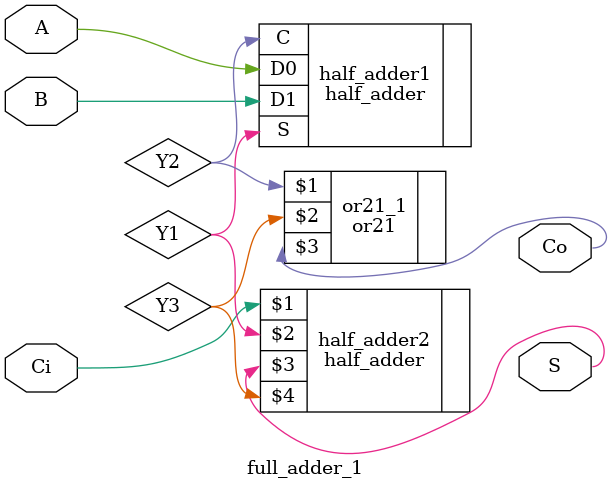
<source format=v>
`timescale 1ns / 1ps


module full_adder_1(input A, B, Ci,
    output S, Co);

    wire Y1, Y2, Y3, Y4;

    half_adder half_adder1(.D0(A), .D1(B), .S(Y1), .C(Y2)),
               half_adder2(Ci, Y1, S, Y3);
    or21 or21_1(Y2, Y3, Co);

endmodule

</source>
